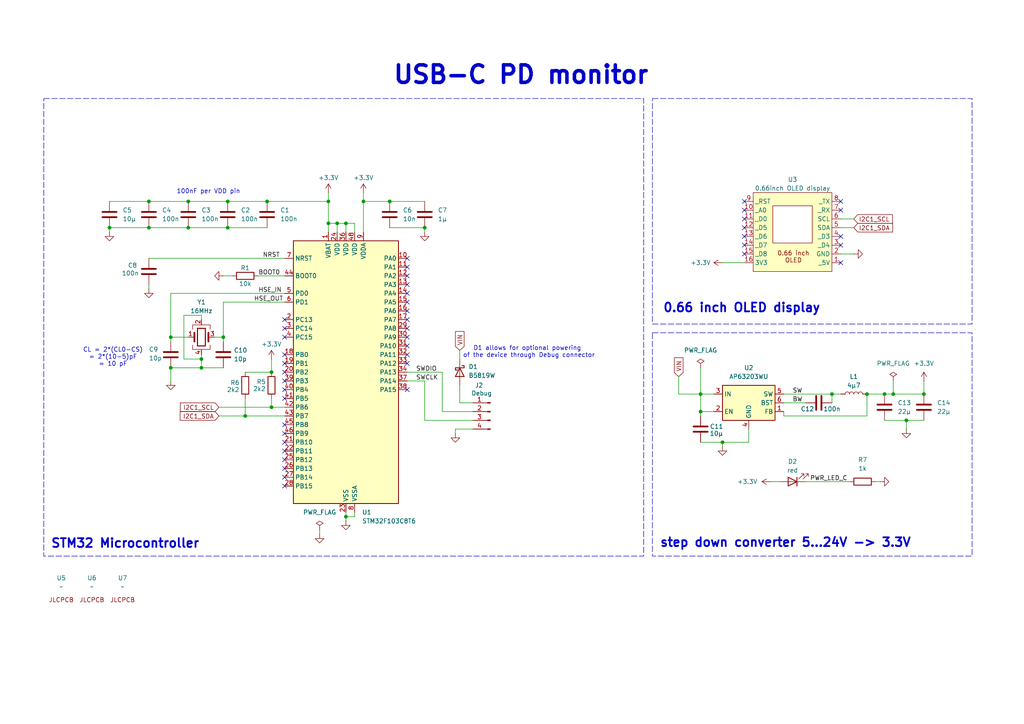
<source format=kicad_sch>
(kicad_sch (version 20250114) (generator "eeschema") (generator_version "9.0")
  (paper "A4")
  (lib_symbols
    (symbol "Connector:Conn_01x04_Pin" (pin_names (offset 1.016) (hide yes))
      (property "Reference" "J" (at 0 5.08 0))
      (property "Value" "Conn_01x04_Pin" (at 0 -7.62 0))
      (symbol "Conn_01x04_Pin_1_1"
        (rectangle (start 0.8636 2.667) (end 0 2.413) (stroke (width 0.1524)) (fill (type outline)))
        (rectangle (start 0.8636 0.127) (end 0 -0.127) (stroke (width 0.1524)) (fill (type outline)))
        (rectangle (start 0.8636 -2.413) (end 0 -2.667) (stroke (width 0.1524)) (fill (type outline)))
        (rectangle (start 0.8636 -4.953) (end 0 -5.207) (stroke (width 0.1524)) (fill (type outline)))
        (polyline (pts (xy 1.27 2.54) (xy 0.8636 2.54)) (stroke (width 0.1524)))
        (polyline (pts (xy 1.27 0) (xy 0.8636 0)) (stroke (width 0.1524)))
        (polyline (pts (xy 1.27 -2.54) (xy 0.8636 -2.54)) (stroke (width 0.1524)))
        (polyline (pts (xy 1.27 -5.08) (xy 0.8636 -5.08)) (stroke (width 0.1524)))
        (pin passive line (at 5.08 2.54 180) (length 3.81) (name "Pin_1") (number "1"))
        (pin passive line (at 5.08 0 180) (length 3.81) (name "Pin_2") (number "2"))
        (pin passive line (at 5.08 -2.54 180) (length 3.81) (name "Pin_3") (number "3"))
        (pin passive line (at 5.08 -5.08 180) (length 3.81) (name "Pin_4") (number "4"))
      )
    )
    (symbol "Device:C" (pin_numbers (hide yes)) (pin_names (offset 0.254))
      (property "Reference" "C" (at 0.635 2.54 0))
      (property "Value" "C" (at 0.635 -2.54 0))
      (symbol "C_0_1"
        (polyline (pts (xy -2.032 0.762) (xy 2.032 0.762)) (stroke (width 0.508)))
        (polyline (pts (xy -2.032 -0.762) (xy 2.032 -0.762)) (stroke (width 0.508)))
      )
      (symbol "C_1_1"
        (pin passive line (at 0 3.81 270) (length 2.794) (name "~") (number "1"))
        (pin passive line (at 0 -3.81 90) (length 2.794) (name "~") (number "2"))
      )
    )
    (symbol "Device:Crystal_GND24" (pin_names (offset 1.016) (hide yes))
      (property "Reference" "Y" (at 3.175 5.08 0))
      (property "Value" "Crystal_GND24" (at 3.175 3.175 0))
      (symbol "Crystal_GND24_0_1"
        (polyline (pts (xy -2.54 2.286) (xy -2.54 3.556) (xy 2.54 3.556) (xy 2.54 2.286)))
        (polyline (pts (xy -2.54 0) (xy -2.032 0)))
        (polyline (pts (xy -2.54 -2.286) (xy -2.54 -3.556) (xy 2.54 -3.556) (xy 2.54 -2.286)))
        (polyline (pts (xy -2.032 -1.27) (xy -2.032 1.27)) (stroke (width 0.508)))
        (rectangle (start -1.143 2.54) (end 1.143 -2.54) (stroke (width 0.3048)))
        (polyline (pts (xy 0 3.556) (xy 0 3.81)))
        (polyline (pts (xy 0 -3.81) (xy 0 -3.556)))
        (polyline (pts (xy 2.032 0) (xy 2.54 0)))
        (polyline (pts (xy 2.032 -1.27) (xy 2.032 1.27)) (stroke (width 0.508)))
      )
      (symbol "Crystal_GND24_1_1"
        (pin passive line (at -3.81 0 0) (length 1.27) (name "1") (number "1"))
        (pin passive line (at 0 5.08 270) (length 1.27) (name "2") (number "2"))
        (pin passive line (at 0 -5.08 90) (length 1.27) (name "4") (number "4"))
        (pin passive line (at 3.81 0 180) (length 1.27) (name "3") (number "3"))
      )
    )
    (symbol "Device:L" (pin_numbers (hide yes)) (pin_names (offset 1.016) (hide yes))
      (property "Reference" "L" (at -1.27 0 90))
      (property "Value" "L" (at 1.905 0 90))
      (symbol "L_0_1"
        (arc (start 0 2.54) (mid 0.6323 1.905) (end 0 1.27))
        (arc (start 0 1.27) (mid 0.6323 0.635) (end 0 0))
        (arc (start 0 0) (mid 0.6323 -0.635) (end 0 -1.27))
        (arc (start 0 -1.27) (mid 0.6323 -1.905) (end 0 -2.54))
      )
      (symbol "L_1_1"
        (pin passive line (at 0 3.81 270) (length 1.27) (name "1") (number "1"))
        (pin passive line (at 0 -3.81 90) (length 1.27) (name "2") (number "2"))
      )
    )
    (symbol "Device:LED" (pin_numbers (hide yes)) (pin_names (offset 1.016) (hide yes))
      (property "Reference" "D" (at 0 2.54 0))
      (property "Value" "LED" (at 0 -2.54 0))
      (symbol "LED_0_1"
        (polyline (pts (xy -3.048 -0.762) (xy -4.572 -2.286) (xy -3.81 -2.286) (xy -4.572 -2.286) (xy -4.572 -1.524)))
        (polyline (pts (xy -1.778 -0.762) (xy -3.302 -2.286) (xy -2.54 -2.286) (xy -3.302 -2.286) (xy -3.302 -1.524)))
        (polyline (pts (xy -1.27 0) (xy 1.27 0)))
        (polyline (pts (xy -1.27 -1.27) (xy -1.27 1.27)) (stroke (width 0.254)))
        (polyline (pts (xy 1.27 -1.27) (xy 1.27 1.27) (xy -1.27 0) (xy 1.27 -1.27)) (stroke (width 0.254)))
      )
      (symbol "LED_1_1"
        (pin passive line (at -3.81 0 0) (length 2.54) (name "K") (number "1"))
        (pin passive line (at 3.81 0 180) (length 2.54) (name "A") (number "2"))
      )
    )
    (symbol "Device:R" (pin_numbers (hide yes)) (pin_names (offset 0))
      (property "Reference" "R" (at 2.032 0 90))
      (property "Value" "R" (at 0 0 90))
      (symbol "R_0_1"
        (rectangle (start -1.016 -2.54) (end 1.016 2.54) (stroke (width 0.254)))
      )
      (symbol "R_1_1"
        (pin passive line (at 0 3.81 270) (length 1.27) (name "~") (number "1"))
        (pin passive line (at 0 -3.81 90) (length 1.27) (name "~") (number "2"))
      )
    )
    (symbol "Diode:SS34" (pin_numbers (hide yes)) (pin_names (offset 1.016) (hide yes))
      (property "Reference" "D" (at 0 2.54 0))
      (property "Value" "SS34" (at 0 -2.54 0))
      (symbol "SS34_0_1"
        (polyline (pts (xy -1.905 0.635) (xy -1.905 1.27) (xy -1.27 1.27) (xy -1.27 -1.27) (xy -0.635 -1.27) (xy -0.635 -0.635)) (stroke (width 0.254)))
        (polyline (pts (xy 1.27 1.27) (xy 1.27 -1.27) (xy -1.27 0) (xy 1.27 1.27)) (stroke (width 0.254)))
        (polyline (pts (xy 1.27 0) (xy -1.27 0)))
      )
      (symbol "SS34_1_1"
        (pin passive line (at -3.81 0 0) (length 2.54) (name "K") (number "1"))
        (pin passive line (at 3.81 0 180) (length 2.54) (name "A") (number "2"))
      )
    )
    (symbol "MCU_ST_STM32F1:STM32F103C8Tx"
      (property "Reference" "U" (at -15.24 39.37 0))
      (property "Value" "STM32F103C8Tx" (at 7.62 39.37 0))
      (symbol "STM32F103C8Tx_0_1"
        (rectangle (start -15.24 -38.1) (end 15.24 38.1) (stroke (width 0.254)) (fill (type background)))
      )
      (symbol "STM32F103C8Tx_1_1"
        (pin input line (at -17.78 33.02 0) (length 2.54) (name "NRST") (number "7"))
        (pin input line (at -17.78 27.94 0) (length 2.54) (name "BOOT0") (number "44"))
        (pin bidirectional line (at -17.78 22.86 0) (length 2.54) (name "PD0") (number "5"))
        (pin bidirectional line (at -17.78 20.32 0) (length 2.54) (name "PD1") (number "6"))
        (pin bidirectional line (at -17.78 15.24 0) (length 2.54) (name "PC13") (number "2"))
        (pin bidirectional line (at -17.78 12.7 0) (length 2.54) (name "PC14") (number "3"))
        (pin bidirectional line (at -17.78 10.16 0) (length 2.54) (name "PC15") (number "4"))
        (pin bidirectional line (at -17.78 5.08 0) (length 2.54) (name "PB0") (number "18"))
        (pin bidirectional line (at -17.78 2.54 0) (length 2.54) (name "PB1") (number "19"))
        (pin bidirectional line (at -17.78 0 0) (length 2.54) (name "PB2") (number "20"))
        (pin bidirectional line (at -17.78 -2.54 0) (length 2.54) (name "PB3") (number "39"))
        (pin bidirectional line (at -17.78 -5.08 0) (length 2.54) (name "PB4") (number "40"))
        (pin bidirectional line (at -17.78 -7.62 0) (length 2.54) (name "PB5") (number "41"))
        (pin bidirectional line (at -17.78 -10.16 0) (length 2.54) (name "PB6") (number "42"))
        (pin bidirectional line (at -17.78 -12.7 0) (length 2.54) (name "PB7") (number "43"))
        (pin bidirectional line (at -17.78 -15.24 0) (length 2.54) (name "PB8") (number "45"))
        (pin bidirectional line (at -17.78 -17.78 0) (length 2.54) (name "PB9") (number "46"))
        (pin bidirectional line (at -17.78 -20.32 0) (length 2.54) (name "PB10") (number "21"))
        (pin bidirectional line (at -17.78 -22.86 0) (length 2.54) (name "PB11") (number "22"))
        (pin bidirectional line (at -17.78 -25.4 0) (length 2.54) (name "PB12") (number "25"))
        (pin bidirectional line (at -17.78 -27.94 0) (length 2.54) (name "PB13") (number "26"))
        (pin bidirectional line (at -17.78 -30.48 0) (length 2.54) (name "PB14") (number "27"))
        (pin bidirectional line (at -17.78 -33.02 0) (length 2.54) (name "PB15") (number "28"))
        (pin power_in line (at -5.08 40.64 270) (length 2.54) (name "VBAT") (number "1"))
        (pin power_in line (at -2.54 40.64 270) (length 2.54) (name "VDD") (number "24"))
        (pin power_in line (at 0 40.64 270) (length 2.54) (name "VDD") (number "36"))
        (pin power_in line (at 0 -40.64 90) (length 2.54) (name "VSS") (number "23"))
        (pin passive line (at 0 -40.64 90) (length 2.54) (hide yes) (name "VSS") (number "35"))
        (pin passive line (at 0 -40.64 90) (length 2.54) (hide yes) (name "VSS") (number "47"))
        (pin power_in line (at 2.54 40.64 270) (length 2.54) (name "VDD") (number "48"))
        (pin power_in line (at 2.54 -40.64 90) (length 2.54) (name "VSSA") (number "8"))
        (pin power_in line (at 5.08 40.64 270) (length 2.54) (name "VDDA") (number "9"))
        (pin bidirectional line (at 17.78 33.02 180) (length 2.54) (name "PA0") (number "10"))
        (pin bidirectional line (at 17.78 30.48 180) (length 2.54) (name "PA1") (number "11"))
        (pin bidirectional line (at 17.78 27.94 180) (length 2.54) (name "PA2") (number "12"))
        (pin bidirectional line (at 17.78 25.4 180) (length 2.54) (name "PA3") (number "13"))
        (pin bidirectional line (at 17.78 22.86 180) (length 2.54) (name "PA4") (number "14"))
        (pin bidirectional line (at 17.78 20.32 180) (length 2.54) (name "PA5") (number "15"))
        (pin bidirectional line (at 17.78 17.78 180) (length 2.54) (name "PA6") (number "16"))
        (pin bidirectional line (at 17.78 15.24 180) (length 2.54) (name "PA7") (number "17"))
        (pin bidirectional line (at 17.78 12.7 180) (length 2.54) (name "PA8") (number "29"))
        (pin bidirectional line (at 17.78 10.16 180) (length 2.54) (name "PA9") (number "30"))
        (pin bidirectional line (at 17.78 7.62 180) (length 2.54) (name "PA10") (number "31"))
        (pin bidirectional line (at 17.78 5.08 180) (length 2.54) (name "PA11") (number "32"))
        (pin bidirectional line (at 17.78 2.54 180) (length 2.54) (name "PA12") (number "33"))
        (pin bidirectional line (at 17.78 0 180) (length 2.54) (name "PA13") (number "34"))
        (pin bidirectional line (at 17.78 -2.54 180) (length 2.54) (name "PA14") (number "37"))
        (pin bidirectional line (at 17.78 -5.08 180) (length 2.54) (name "PA15") (number "38"))
      )
    )
    (symbol "New_Library:JLCPCB"
      (property "Reference" "U304" (at 0 5.08 0))
      (property "Value" "~" (at 0 2.54 0))
      (symbol "JLCPCB_1_1"
        (text "JLCPCB" (at 0 0 0) (effects (font (size 1.27 1.27))))
      )
    )
    (symbol "New_Library:OLED_0_66"
      (property "Reference" "U" (at 0 13.97 0))
      (symbol "OLED_0_66_1_1"
        (rectangle (start -11.43 11.43) (end 11.43 -11.43) (fill (type background)))
        (rectangle (start -5.715 7.62) (end 5.715 -3.175) (fill (type color) (color 255 255 255 1)))
        (text "0.66 inch\nOLED" (at 0.254 -7.112 0) (effects (font (size 1.27 1.27))))
        (pin input line (at -13.97 8.89 0) (length 2.54) (name "_RST") (number "9"))
        (pin input line (at -13.97 6.35 0) (length 2.54) (name "_A0") (number "10"))
        (pin input line (at -13.97 3.81 0) (length 2.54) (name "_D0") (number "11"))
        (pin input line (at -13.97 1.27 0) (length 2.54) (name "_D5") (number "12"))
        (pin input line (at -13.97 -1.27 0) (length 2.54) (name "_D6") (number "13"))
        (pin input line (at -13.97 -3.81 0) (length 2.54) (name "_D7") (number "14"))
        (pin input line (at -13.97 -6.35 0) (length 2.54) (name "_D8") (number "15"))
        (pin input line (at -13.97 -8.89 0) (length 2.54) (name "3V3") (number "16"))
        (pin input line (at 13.97 8.89 180) (length 2.54) (name "_TX") (number "8"))
        (pin input line (at 13.97 6.35 180) (length 2.54) (name "_RX") (number "7"))
        (pin input line (at 13.97 3.81 180) (length 2.54) (name "SCL") (number "6"))
        (pin input line (at 13.97 1.27 180) (length 2.54) (name "SDA") (number "5"))
        (pin input line (at 13.97 -1.27 180) (length 2.54) (name "_D3") (number "4"))
        (pin input line (at 13.97 -3.81 180) (length 2.54) (name "_D4") (number "3"))
        (pin input line (at 13.97 -6.35 180) (length 2.54) (name "GND") (number "2"))
        (pin input line (at 13.97 -8.89 180) (length 2.54) (name "_5V") (number "1"))
      )
    )
    (symbol "Regulator_Switching:AP63203WU"
      (property "Reference" "U" (at -7.62 6.35 0))
      (property "Value" "AP63203WU" (at 2.54 6.35 0))
      (symbol "AP63203WU_0_1"
        (rectangle (start -7.62 5.08) (end 7.62 -5.08) (stroke (width 0.254)) (fill (type background)))
      )
      (symbol "AP63203WU_1_1"
        (pin power_in line (at -10.16 2.54 0) (length 2.54) (name "IN") (number "3"))
        (pin input line (at -10.16 -2.54 0) (length 2.54) (name "EN") (number "2"))
        (pin power_in line (at 0 -7.62 90) (length 2.54) (name "GND") (number "4"))
        (pin output line (at 10.16 2.54 180) (length 2.54) (name "SW") (number "5"))
        (pin passive line (at 10.16 0 180) (length 2.54) (name "BST") (number "6"))
        (pin input line (at 10.16 -2.54 180) (length 2.54) (name "FB") (number "1"))
      )
    )
    (symbol "power:+3.3V" (power) (pin_numbers (hide yes)) (pin_names (offset 0) (hide yes))
      (property "Value" "+3.3V" (at 0 3.556 0))
      (symbol "+3.3V_0_1"
        (polyline (pts (xy -0.762 1.27) (xy 0 2.54)))
        (polyline (pts (xy 0 2.54) (xy 0.762 1.27)))
        (polyline (pts (xy 0 0) (xy 0 2.54)))
      )
      (symbol "+3.3V_1_1"
        (pin power_in line (at 0 0 90) (length 0) (name "~") (number "1"))
      )
    )
    (symbol "power:GND" (power) (pin_numbers (hide yes)) (pin_names (offset 0) (hide yes))
      (property "Value" "GND" (at 0 -3.81 0))
      (symbol "GND_0_1"
        (polyline (pts (xy 0 0) (xy 0 -1.27) (xy 1.27 -1.27) (xy 0 -2.54) (xy -1.27 -1.27) (xy 0 -1.27)))
      )
      (symbol "GND_1_1"
        (pin power_in line (at 0 0 270) (length 0) (name "~") (number "1"))
      )
    )
    (symbol "power:PWR_FLAG" (power) (pin_numbers (hide yes)) (pin_names (offset 0) (hide yes))
      (property "Value" "PWR_FLAG" (at 0 3.81 0))
      (symbol "PWR_FLAG_0_0"
        (pin power_out line (at 0 0 90) (length 0) (name "~") (number "1"))
      )
      (symbol "PWR_FLAG_0_1"
        (polyline (pts (xy 0 0) (xy 0 1.27) (xy -1.016 1.905) (xy 0 2.54) (xy 1.016 1.905) (xy 0 1.27)))
      )
    )
  )
  (rectangle (start 12.7 28.575) (end 186.69 161.29) (stroke (width 0) (type dash)))
  (rectangle (start 189.23 96.52) (end 281.94 161.29) (stroke (width 0) (type dash)))
  (rectangle (start 189.23 28.575) (end 281.94 93.98) (stroke (width 0) (type dash)))
  (text "100nF per VDD pin" (at 60.452 55.626 0) (effects (font (size 1.27 1.27))))
  (text "step down converter 5...24V -> 3.3V" (at 227.838 157.48 0) (effects (font (size 2.54 2.54) (thickness 0.508) (bold yes))))
  (text "CL = 2*(CL0-CS)\n= 2*(10-5)pF\n= 10 pF" (at 32.766 103.632 0) (effects (font (size 1.27 1.27))))
  (text "D1 allows for optional powering \nof the device through Debug connector" (at 153.416 102.108 0) (effects (font (size 1.27 1.27))))
  (text "0.66 inch OLED display" (at 215.138 89.408 0) (effects (font (size 2.54 2.54) (thickness 0.508) (bold yes))))
  (text "STM32 Microcontroller" (at 36.322 157.734 0) (effects (font (size 2.54 2.54) (thickness 0.508) (bold yes))))
  (text "USB-C PD monitor" (at 151.13 21.844 0) (effects (font (size 5.08 5.08) (thickness 1.016) (bold yes))))
  (junction (at 66.04 58.42))
  (junction (at 71.12 120.65))
  (junction (at 97.79 64.77))
  (junction (at 251.46 114.3))
  (junction (at 123.19 66.04))
  (junction (at 256.54 114.3))
  (junction (at 262.89 121.92))
  (junction (at 241.3 114.3))
  (junction (at 58.42 104.14))
  (junction (at 267.97 114.3))
  (junction (at 31.75 66.04))
  (junction (at 54.61 66.04))
  (junction (at 209.55 128.27))
  (junction (at 100.33 64.77))
  (junction (at 259.08 114.3))
  (junction (at 77.47 58.42))
  (junction (at 78.74 118.11))
  (junction (at 64.77 97.79))
  (junction (at 203.2 119.38))
  (junction (at 78.74 107.95))
  (junction (at 95.25 58.42))
  (junction (at 105.41 58.42))
  (junction (at 203.2 114.3))
  (junction (at 95.25 64.77))
  (junction (at 113.03 58.42))
  (junction (at 43.18 66.04))
  (junction (at 49.53 106.68))
  (junction (at 54.61 58.42))
  (junction (at 43.18 58.42))
  (junction (at 66.04 66.04))
  (junction (at 49.53 97.79))
  (junction (at 100.33 149.86))
  (junction (at 58.42 106.68))
  (no_connect (at 215.9 66.04))
  (no_connect (at 215.9 71.12))
  (no_connect (at 82.55 110.49))
  (no_connect (at 82.55 95.25))
  (no_connect (at 215.9 68.58))
  (no_connect (at 82.55 128.27))
  (no_connect (at 118.11 92.71))
  (no_connect (at 215.9 63.5))
  (no_connect (at 118.11 95.25))
  (no_connect (at 118.11 90.17))
  (no_connect (at 243.84 60.96))
  (no_connect (at 82.55 113.03))
  (no_connect (at 82.55 133.35))
  (no_connect (at 82.55 105.41))
  (no_connect (at 118.11 85.09))
  (no_connect (at 118.11 102.87))
  (no_connect (at 82.55 115.57))
  (no_connect (at 215.9 73.66))
  (no_connect (at 118.11 87.63))
  (no_connect (at 82.55 123.19))
  (no_connect (at 82.55 135.89))
  (no_connect (at 215.9 58.42))
  (no_connect (at 82.55 130.81))
  (no_connect (at 243.84 58.42))
  (no_connect (at 118.11 113.03))
  (no_connect (at 118.11 80.01))
  (no_connect (at 82.55 92.71))
  (no_connect (at 118.11 82.55))
  (no_connect (at 215.9 60.96))
  (no_connect (at 118.11 97.79))
  (no_connect (at 82.55 102.87))
  (no_connect (at 82.55 97.79))
  (no_connect (at 82.55 107.95))
  (no_connect (at 118.11 100.33))
  (no_connect (at 118.11 105.41))
  (no_connect (at 118.11 74.93))
  (no_connect (at 243.84 71.12))
  (no_connect (at 243.84 68.58))
  (no_connect (at 82.55 138.43))
  (no_connect (at 82.55 140.97))
  (no_connect (at 82.55 125.73))
  (no_connect (at 243.84 76.2))
  (no_connect (at 118.11 77.47))
  (wire (pts (xy 92.71 153.67) (xy 92.71 154.94)))
  (wire (pts (xy 217.17 128.27) (xy 217.17 124.46)))
  (wire (pts (xy 123.19 121.92) (xy 137.16 121.92)))
  (wire (pts (xy 95.25 64.77) (xy 97.79 64.77)))
  (wire (pts (xy 123.19 66.04) (xy 123.19 67.31)))
  (wire (pts (xy 66.04 66.04) (xy 77.47 66.04)))
  (wire (pts (xy 118.11 107.95) (xy 128.27 107.95)))
  (wire (pts (xy 105.41 58.42) (xy 105.41 67.31)))
  (wire (pts (xy 243.84 63.5) (xy 247.65 63.5)))
  (wire (pts (xy 54.61 66.04) (xy 66.04 66.04)))
  (wire (pts (xy 58.42 92.71) (xy 58.42 91.44)))
  (wire (pts (xy 251.46 120.65) (xy 227.33 120.65)))
  (wire (pts (xy 233.68 139.7) (xy 246.38 139.7)))
  (wire (pts (xy 64.77 97.79) (xy 64.77 87.63)))
  (wire (pts (xy 71.12 120.65) (xy 82.55 120.65)))
  (wire (pts (xy 259.08 114.3) (xy 267.97 114.3)))
  (wire (pts (xy 227.33 116.84) (xy 233.68 116.84)))
  (wire (pts (xy 254 139.7) (xy 255.27 139.7)))
  (wire (pts (xy 203.2 128.27) (xy 209.55 128.27)))
  (wire (pts (xy 105.41 55.88) (xy 105.41 58.42)))
  (wire (pts (xy 97.79 64.77) (xy 100.33 64.77)))
  (wire (pts (xy 63.5 118.11) (xy 78.74 118.11)))
  (wire (pts (xy 196.85 109.22) (xy 196.85 114.3)))
  (wire (pts (xy 209.55 128.27) (xy 217.17 128.27)))
  (wire (pts (xy 77.47 58.42) (xy 95.25 58.42)))
  (wire (pts (xy 95.25 55.88) (xy 95.25 58.42)))
  (wire (pts (xy 133.35 116.84) (xy 137.16 116.84)))
  (wire (pts (xy 49.53 85.09) (xy 82.55 85.09)))
  (wire (pts (xy 203.2 106.68) (xy 203.2 114.3)))
  (wire (pts (xy 243.84 73.66) (xy 247.65 73.66)))
  (wire (pts (xy 256.54 114.3) (xy 259.08 114.3)))
  (wire (pts (xy 209.55 76.2) (xy 215.9 76.2)))
  (wire (pts (xy 223.52 139.7) (xy 226.06 139.7)))
  (wire (pts (xy 62.23 97.79) (xy 64.77 97.79)))
  (wire (pts (xy 102.87 64.77) (xy 102.87 67.31)))
  (wire (pts (xy 63.5 120.65) (xy 71.12 120.65)))
  (wire (pts (xy 100.33 149.86) (xy 100.33 151.13)))
  (wire (pts (xy 43.18 58.42) (xy 54.61 58.42)))
  (wire (pts (xy 251.46 114.3) (xy 256.54 114.3)))
  (wire (pts (xy 118.11 110.49) (xy 123.19 110.49)))
  (wire (pts (xy 43.18 82.55) (xy 43.18 83.82)))
  (wire (pts (xy 203.2 114.3) (xy 207.01 114.3)))
  (wire (pts (xy 49.53 106.68) (xy 58.42 106.68)))
  (wire (pts (xy 31.75 66.04) (xy 43.18 66.04)))
  (wire (pts (xy 133.35 101.6) (xy 133.35 104.14)))
  (wire (pts (xy 262.89 121.92) (xy 267.97 121.92)))
  (wire (pts (xy 251.46 114.3) (xy 251.46 120.65)))
  (wire (pts (xy 71.12 107.95) (xy 78.74 107.95)))
  (wire (pts (xy 64.77 87.63) (xy 82.55 87.63)))
  (wire (pts (xy 203.2 119.38) (xy 203.2 120.65)))
  (wire (pts (xy 58.42 106.68) (xy 64.77 106.68)))
  (wire (pts (xy 31.75 66.04) (xy 31.75 67.31)))
  (wire (pts (xy 71.12 115.57) (xy 71.12 120.65)))
  (wire (pts (xy 100.33 64.77) (xy 102.87 64.77)))
  (wire (pts (xy 209.55 128.27) (xy 209.55 129.54)))
  (wire (pts (xy 227.33 120.65) (xy 227.33 119.38)))
  (wire (pts (xy 31.75 58.42) (xy 43.18 58.42)))
  (wire (pts (xy 64.77 80.01) (xy 67.31 80.01)))
  (wire (pts (xy 78.74 115.57) (xy 78.74 118.11)))
  (wire (pts (xy 123.19 110.49) (xy 123.19 121.92)))
  (wire (pts (xy 95.25 64.77) (xy 95.25 67.31)))
  (wire (pts (xy 43.18 66.04) (xy 54.61 66.04)))
  (wire (pts (xy 58.42 91.44) (xy 53.34 91.44)))
  (wire (pts (xy 74.93 80.01) (xy 82.55 80.01)))
  (wire (pts (xy 49.53 106.68) (xy 49.53 110.49)))
  (wire (pts (xy 203.2 119.38) (xy 203.2 114.3)))
  (wire (pts (xy 100.33 149.86) (xy 102.87 149.86)))
  (wire (pts (xy 53.34 104.14) (xy 58.42 104.14)))
  (wire (pts (xy 267.97 110.49) (xy 267.97 114.3)))
  (wire (pts (xy 241.3 114.3) (xy 243.84 114.3)))
  (wire (pts (xy 49.53 97.79) (xy 54.61 97.79)))
  (wire (pts (xy 241.3 116.84) (xy 241.3 114.3)))
  (wire (pts (xy 54.61 58.42) (xy 66.04 58.42)))
  (wire (pts (xy 132.08 124.46) (xy 137.16 124.46)))
  (wire (pts (xy 113.03 66.04) (xy 123.19 66.04)))
  (wire (pts (xy 64.77 97.79) (xy 64.77 99.06)))
  (wire (pts (xy 128.27 119.38) (xy 137.16 119.38)))
  (wire (pts (xy 113.03 58.42) (xy 123.19 58.42)))
  (wire (pts (xy 49.53 97.79) (xy 49.53 99.06)))
  (wire (pts (xy 78.74 104.14) (xy 78.74 107.95)))
  (wire (pts (xy 78.74 118.11) (xy 82.55 118.11)))
  (wire (pts (xy 196.85 114.3) (xy 203.2 114.3)))
  (wire (pts (xy 203.2 119.38) (xy 207.01 119.38)))
  (wire (pts (xy 243.84 66.04) (xy 247.65 66.04)))
  (wire (pts (xy 259.08 110.49) (xy 259.08 114.3)))
  (wire (pts (xy 58.42 104.14) (xy 58.42 102.87)))
  (wire (pts (xy 132.08 124.46) (xy 132.08 125.73)))
  (wire (pts (xy 58.42 104.14) (xy 58.42 106.68)))
  (wire (pts (xy 49.53 85.09) (xy 49.53 97.79)))
  (wire (pts (xy 256.54 121.92) (xy 262.89 121.92)))
  (wire (pts (xy 262.89 121.92) (xy 262.89 124.46)))
  (wire (pts (xy 128.27 107.95) (xy 128.27 119.38)))
  (wire (pts (xy 113.03 58.42) (xy 105.41 58.42)))
  (wire (pts (xy 97.79 64.77) (xy 97.79 67.31)))
  (wire (pts (xy 43.18 74.93) (xy 82.55 74.93)))
  (wire (pts (xy 100.33 64.77) (xy 100.33 67.31)))
  (wire (pts (xy 133.35 111.76) (xy 133.35 116.84)))
  (wire (pts (xy 95.25 58.42) (xy 95.25 64.77)))
  (wire (pts (xy 66.04 58.42) (xy 77.47 58.42)))
  (wire (pts (xy 100.33 148.59) (xy 100.33 149.86)))
  (wire (pts (xy 102.87 149.86) (xy 102.87 148.59)))
  (wire (pts (xy 53.34 91.44) (xy 53.34 104.14)))
  (wire (pts (xy 241.3 114.3) (xy 227.33 114.3)))
  (label "HSE_IN" (at 74.93 85.09 0))
  (label "SW" (at 229.87 114.3 0) (effects (font (thickness 0.1588))))
  (label "BW" (at 229.87 116.84 0) (effects (font (thickness 0.1588))))
  (label "PWR_LED_C" (at 234.95 139.7 0) (effects (font (thickness 0.1588))))
  (label "NRST" (at 76.2 74.93 0))
  (label "SWCLK" (at 120.65 110.49 0))
  (label "SWDIO" (at 120.65 107.95 0))
  (label "HSE_OUT" (at 73.66 87.63 0))
  (label "BOOT0" (at 74.93 80.01 0))
  (global_label "I2C1_SCL" (shape input) (at 247.65 63.5 0) (property "Intersheetrefs" "${INTERSHEET_REFS}" (effects (hide yes))))
  (global_label "I2C1_SDA" (shape input) (at 63.5 120.65 180) (property "Intersheetrefs" "${INTERSHEET_REFS}" (effects (hide yes))))
  (global_label "VIN" (shape input) (at 196.85 109.22 90) (property "Intersheetrefs" "${INTERSHEET_REFS}" (effects (hide yes))))
  (global_label "I2C1_SCL" (shape input) (at 63.5 118.11 180) (property "Intersheetrefs" "${INTERSHEET_REFS}" (effects (hide yes))))
  (global_label "VIN" (shape input) (at 133.35 101.6 90) (property "Intersheetrefs" "${INTERSHEET_REFS}" (effects (hide yes))))
  (global_label "I2C1_SDA" (shape input) (at 247.65 66.04 0) (property "Intersheetrefs" "${INTERSHEET_REFS}" (effects (hide yes))))
  (symbol (lib_id "Device:C") (at 113.03 62.23 0) (unit 1)
    (property "Reference" "C6" (at 116.84 60.9599 0) (effects (justify left)))
    (property "Value" "10n" (at 116.84 63.4999 0) (effects (justify left)))
    (property "Footprint" "Capacitor_SMD:C_0402_1005Metric" (effects (hide yes)))
    (property "Description" "Unpolarized capacitor" (effects (hide yes)))
    (property "LCSC" "C15195" (effects (hide yes)))
  )
  (symbol (lib_id "Device:R") (at 78.74 111.76 0) (unit 1)
    (property "Reference" "R5" (at 74.422 110.744 0) (effects (justify left)))
    (property "Value" "2k2" (at 73.406 112.776 0) (effects (justify left)))
    (property "Footprint" "Resistor_SMD:R_0402_1005Metric" (effects (hide yes)))
    (property "Description" "Resistor" (effects (hide yes)))
    (property "LCSC" "C25879" (effects (hide yes)))
  )
  (symbol (lib_id "Device:C") (at 203.2 124.46 0) (mirror y) (unit 1)
    (property "Reference" "C11" (at 209.804 123.698 0) (effects (justify left)))
    (property "Value" "10µ" (at 209.804 125.73 0) (effects (justify left)))
    (property "Footprint" "Capacitor_SMD:C_0805_2012Metric" (effects (hide yes)))
    (property "Description" "Unpolarized capacitor" (effects (hide yes)))
    (property "LCSC" "C440198" (effects (hide yes)))
  )
  (symbol (lib_id "Device:C") (at 77.47 62.23 0) (unit 1)
    (property "Reference" "C1" (at 81.28 60.9599 0) (effects (justify left)))
    (property "Value" "100n" (at 81.28 63.4999 0) (effects (justify left)))
    (property "Footprint" "Capacitor_SMD:C_0402_1005Metric" (effects (hide yes)))
    (property "Description" "Unpolarized capacitor" (effects (hide yes)))
    (property "LCSC" "C1525" (effects (hide yes)))
  )
  (symbol (lib_id "power:GND") (at 247.65 73.66 90) (unit 1)
    (property "Reference" "#PWR024" (effects (hide yes)))
    (property "Value" "GND" (effects (hide yes)))
    (property "Description" "Power symbol creates a global label with name \"GND\" , ground" (effects (hide yes)))
  )
  (symbol (lib_id "Device:C") (at 66.04 62.23 0) (unit 1)
    (property "Reference" "C2" (at 69.85 60.9599 0) (effects (justify left)))
    (property "Value" "100n" (at 69.85 63.4999 0) (effects (justify left)))
    (property "Footprint" "Capacitor_SMD:C_0402_1005Metric" (effects (hide yes)))
    (property "Description" "Unpolarized capacitor" (effects (hide yes)))
    (property "LCSC" "C1525" (effects (hide yes)))
  )
  (symbol (lib_id "power:GND") (at 31.75 67.31 0) (unit 1)
    (property "Reference" "#PWR07" (effects (hide yes)))
    (property "Value" "GND" (effects (hide yes)))
    (property "Description" "Power symbol creates a global label with name \"GND\" , ground" (effects (hide yes)))
  )
  (symbol (lib_id "power:+3.3V") (at 95.25 55.88 0) (unit 1)
    (property "Reference" "#PWR02" (effects (hide yes)))
    (property "Value" "+3.3V" (at 95.25 51.562 0))
    (property "Description" "Power symbol creates a global label with name \"+3.3V\"" (effects (hide yes)))
  )
  (symbol (lib_id "power:GND") (at 209.55 129.54 0) (unit 1)
    (property "Reference" "#PWR014" (effects (hide yes)))
    (property "Value" "GND" (effects (hide yes)))
    (property "Description" "Power symbol creates a global label with name \"GND\" , ground" (effects (hide yes)))
  )
  (symbol (lib_id "power:PWR_FLAG") (at 259.08 110.49 0) (unit 1)
    (property "Reference" "#FLG01" (effects (hide yes)))
    (property "Value" "PWR_FLAG" (at 259.08 105.41 0))
    (property "Description" "Special symbol for telling ERC where power comes from" (effects (hide yes)))
  )
  (symbol (lib_id "Device:R") (at 250.19 139.7 90) (unit 1)
    (property "Reference" "R7" (at 250.19 133.35 90))
    (property "Value" "1k" (at 250.19 135.89 90))
    (property "Footprint" "Resistor_SMD:R_0402_1005Metric" (effects (hide yes)))
    (property "Description" "Resistor" (effects (hide yes)))
    (property "LCSC" "C11702" (effects (hide yes)))
  )
  (symbol (lib_id "power:GND") (at 100.33 151.13 0) (unit 1)
    (property "Reference" "#PWR01" (effects (hide yes)))
    (property "Value" "GND" (effects (hide yes)))
    (property "Description" "Power symbol creates a global label with name \"GND\" , ground" (effects (hide yes)))
  )
  (symbol (lib_id "Device:C") (at 256.54 118.11 0) (unit 1)
    (property "Reference" "C13" (at 260.35 116.8399 0) (effects (justify left)))
    (property "Value" "22µ" (at 260.35 119.3799 0) (effects (justify left)))
    (property "Footprint" "Capacitor_SMD:C_0805_2012Metric" (effects (hide yes)))
    (property "Description" "Unpolarized capacitor" (effects (hide yes)))
    (property "LCSC" "C45783" (effects (hide yes)))
  )
  (symbol (lib_id "power:+3.3V") (at 223.52 139.7 90) (unit 1)
    (property "Reference" "#PWR021" (effects (hide yes)))
    (property "Value" "+3.3V" (at 219.71 139.6999 90) (effects (justify left)))
    (property "Description" "Power symbol creates a global label with name \"+3.3V\"" (effects (hide yes)))
  )
  (symbol (lib_id "Device:C") (at 267.97 118.11 0) (unit 1)
    (property "Reference" "C14" (at 271.78 116.8399 0) (effects (justify left)))
    (property "Value" "22µ" (at 271.78 119.3799 0) (effects (justify left)))
    (property "Footprint" "Capacitor_SMD:C_0805_2012Metric" (effects (hide yes)))
    (property "Description" "Unpolarized capacitor" (effects (hide yes)))
    (property "LCSC" "C45783" (effects (hide yes)))
  )
  (symbol (lib_id "New_Library:JLCPCB") (at 26.67 173.99 0) (unit 1)
    (property "Reference" "U6" (at 26.67 167.64 0))
    (property "Value" "~" (at 26.67 170.18 0))
    (property "Footprint" "my_footprints:JLC_tooling_hole" (effects (hide yes)))
  )
  (symbol (lib_id "Device:C") (at 49.53 102.87 0) (unit 1)
    (property "Reference" "C9" (at 43.18 101.346 0) (effects (justify left)))
    (property "Value" "10p" (at 43.18 103.886 0) (effects (justify left)))
    (property "Footprint" "Capacitor_SMD:C_0402_1005Metric" (effects (hide yes)))
    (property "Description" "Unpolarized capacitor" (effects (hide yes)))
    (property "LCSC" "C32949 " (effects (hide yes)))
  )
  (symbol (lib_id "Device:R") (at 71.12 80.01 90) (unit 1)
    (property "Reference" "R1" (at 71.12 77.724 90))
    (property "Value" "10k" (at 71.12 82.296 90))
    (property "Footprint" "Resistor_SMD:R_0603_1608Metric" (effects (hide yes)))
    (property "Description" "Resistor" (effects (hide yes)))
    (property "LCSC" "C25804 " (effects (hide yes)))
  )
  (symbol (lib_id "power:GND") (at 123.19 67.31 0) (unit 1)
    (property "Reference" "#PWR08" (effects (hide yes)))
    (property "Value" "GND" (effects (hide yes)))
    (property "Description" "Power symbol creates a global label with name \"GND\" , ground" (effects (hide yes)))
  )
  (symbol (lib_id "MCU_ST_STM32F1:STM32F103C8Tx") (at 100.33 107.95 0) (unit 1)
    (property "Reference" "U1" (at 105.0133 148.59 0) (effects (justify left)))
    (property "Value" "STM32F103C8T6" (at 105.0133 151.13 0) (effects (justify left)))
    (property "Footprint" "Package_QFP:LQFP-48_7x7mm_P0.5mm" (effects (hide yes)))
    (property "Datasheet" "https://www.st.com/resource/en/datasheet/stm32f103c8.pdf" (effects (hide yes)))
    (property "Description" "STMicroelectronics Arm Cortex-M3 MCU, 64KB flash, 20KB RAM, 72 MHz, 2.0-3.6V, 37 GPIO, LQFP48" (effects (hide yes)))
    (property "LCSC" "C8734" (effects (hide yes)))
  )
  (symbol (lib_id "Device:C") (at 43.18 78.74 0) (unit 1)
    (property "Reference" "C8" (at 37.084 76.962 0) (effects (justify left)))
    (property "Value" "100n" (at 35.306 79.248 0) (effects (justify left)))
    (property "Footprint" "Capacitor_SMD:C_0402_1005Metric" (effects (hide yes)))
    (property "Description" "Unpolarized capacitor" (effects (hide yes)))
    (property "LCSC" "C1525" (effects (hide yes)))
  )
  (symbol (lib_id "Diode:SS34") (at 133.35 107.95 270) (unit 1)
    (property "Reference" "D1" (at 135.89 106.3624 90) (effects (justify left)))
    (property "Value" "B5819W" (at 135.89 108.9024 90) (effects (justify left)))
    (property "Footprint" "Diode_SMD:D_SOD-123" (effects (hide yes)))
    (property "Datasheet" "https://www.vishay.com/docs/88751/ss32.pdf" (effects (hide yes)))
    (property "Description" "40V 3A Schottky Diode, SMA" (effects (hide yes)))
    (property "LCSC" "C8598" (effects (hide yes)))
  )
  (symbol (lib_id "Device:Crystal_GND24") (at 58.42 97.79 0) (unit 1)
    (property "Reference" "Y1" (at 58.42 87.63 0))
    (property "Value" "16MHz" (at 58.42 90.17 0))
    (property "Footprint" "Crystal:Crystal_SMD_3225-4Pin_3.2x2.5mm" (effects (hide yes)))
    (property "Description" "Four pin crystal, GND on pins 2 and 4" (effects (hide yes)))
    (property "LCSC" "C112972" (effects (hide yes)))
  )
  (symbol (lib_id "power:+3.3V") (at 78.74 104.14 0) (unit 1)
    (property "Reference" "#PWR020" (effects (hide yes)))
    (property "Value" "+3.3V" (at 78.74 99.822 0))
    (property "Description" "Power symbol creates a global label with name \"+3.3V\"" (effects (hide yes)))
  )
  (symbol (lib_id "Device:C") (at 64.77 102.87 0) (unit 1)
    (property "Reference" "C10" (at 67.818 101.6 0) (effects (justify left)))
    (property "Value" "10p" (at 67.818 104.14 0) (effects (justify left)))
    (property "Footprint" "Capacitor_SMD:C_0402_1005Metric" (effects (hide yes)))
    (property "Description" "Unpolarized capacitor" (effects (hide yes)))
    (property "LCSC" "C32949 " (effects (hide yes)))
  )
  (symbol (lib_id "power:GND") (at 262.89 124.46 0) (unit 1)
    (property "Reference" "#PWR016" (effects (hide yes)))
    (property "Value" "GND" (effects (hide yes)))
    (property "Description" "Power symbol creates a global label with name \"GND\" , ground" (effects (hide yes)))
  )
  (symbol (lib_id "power:GND") (at 64.77 80.01 270) (unit 1)
    (property "Reference" "#PWR04" (effects (hide yes)))
    (property "Value" "GND" (effects (hide yes)))
    (property "Description" "Power symbol creates a global label with name \"GND\" , ground" (effects (hide yes)))
  )
  (symbol (lib_id "Regulator_Switching:AP63203WU") (at 217.17 116.84 0) (unit 1)
    (property "Reference" "U2" (at 217.17 106.68 0))
    (property "Value" "AP63203WU" (at 217.17 109.22 0))
    (property "Footprint" "Package_TO_SOT_SMD:TSOT-23-6" (effects (hide yes)))
    (property "Datasheet" "https://www.diodes.com/assets/Datasheets/AP63200-AP63201-AP63203-AP63205.pdf" (effects (hide yes)))
    (property "Description" "2A, 1.1MHz Buck DC/DC Converter, fixed 3.3V output voltage, TSOT-23-6" (effects (hide yes)))
    (property "LCSC" "C780769" (effects (hide yes)))
  )
  (symbol (lib_id "Device:C") (at 237.49 116.84 90) (unit 1)
    (property "Reference" "C12" (at 234.188 118.618 90))
    (property "Value" "100n" (at 241.3 118.618 90))
    (property "Footprint" "Capacitor_SMD:C_0603_1608Metric" (effects (hide yes)))
    (property "Description" "Unpolarized capacitor" (effects (hide yes)))
    (property "LCSC" "C14663" (effects (hide yes)))
  )
  (symbol (lib_id "Connector:Conn_01x04_Pin") (at 142.24 119.38 0) (mirror y) (unit 1)
    (property "Reference" "J2" (at 138.938 111.76 0))
    (property "Value" "Debug" (at 139.7 114.046 0))
    (property "Footprint" "my_footprints:4pin" (effects (hide yes)))
    (property "Description" "Generic connector, single row, 01x04, script generated" (effects (hide yes)))
  )
  (symbol (lib_id "power:+3.3V") (at 105.41 55.88 0) (unit 1)
    (property "Reference" "#PWR03" (effects (hide yes)))
    (property "Value" "+3.3V" (at 105.41 51.562 0))
    (property "Description" "Power symbol creates a global label with name \"+3.3V\"" (effects (hide yes)))
  )
  (symbol (lib_id "power:PWR_FLAG") (at 203.2 106.68 0) (unit 1)
    (property "Reference" "#FLG04" (effects (hide yes)))
    (property "Value" "PWR_FLAG" (at 203.2 101.6 0))
    (property "Description" "Special symbol for telling ERC where power comes from" (effects (hide yes)))
  )
  (symbol (lib_id "New_Library:OLED_0_66") (at 229.87 67.31 0) (unit 1)
    (property "Reference" "U3" (at 229.87 52.07 0))
    (property "Value" "0.66inch OLED display" (at 229.87 54.61 0))
    (property "Footprint" "my_footprints:OLED_display_0_66" (effects (hide yes)))
  )
  (symbol (lib_id "power:GND") (at 255.27 139.7 90) (unit 1)
    (property "Reference" "#PWR022" (effects (hide yes)))
    (property "Value" "GND" (effects (hide yes)))
    (property "Description" "Power symbol creates a global label with name \"GND\" , ground" (effects (hide yes)))
  )
  (symbol (lib_id "New_Library:JLCPCB") (at 17.78 173.99 0) (unit 1)
    (property "Reference" "U5" (at 17.78 167.64 0))
    (property "Value" "~" (at 17.78 170.18 0))
    (property "Footprint" "my_footprints:JLC_tooling_hole" (effects (hide yes)))
  )
  (symbol (lib_id "Device:L") (at 247.65 114.3 90) (unit 1)
    (property "Reference" "L1" (at 247.65 109.22 90))
    (property "Value" "4µ7" (at 247.65 111.76 90))
    (property "Footprint" "Inductor_SMD:L_APV_APH0420" (effects (hide yes)))
    (property "Description" "Inductor" (effects (hide yes)))
    (property "LCSC" "C133193" (effects (hide yes)))
  )
  (symbol (lib_id "Device:R") (at 71.12 111.76 0) (unit 1)
    (property "Reference" "R6" (at 66.802 110.998 0) (effects (justify left)))
    (property "Value" "2k2" (at 65.786 113.03 0) (effects (justify left)))
    (property "Footprint" "Resistor_SMD:R_0402_1005Metric" (effects (hide yes)))
    (property "Description" "Resistor" (effects (hide yes)))
    (property "LCSC" "C25879" (effects (hide yes)))
  )
  (symbol (lib_id "Device:C") (at 43.18 62.23 0) (unit 1)
    (property "Reference" "C4" (at 46.99 60.9599 0) (effects (justify left)))
    (property "Value" "100n" (at 46.99 63.4999 0) (effects (justify left)))
    (property "Footprint" "Capacitor_SMD:C_0402_1005Metric" (effects (hide yes)))
    (property "Description" "Unpolarized capacitor" (effects (hide yes)))
    (property "LCSC" "C1525" (effects (hide yes)))
  )
  (symbol (lib_id "power:GND") (at 49.53 110.49 0) (unit 1)
    (property "Reference" "#PWR011" (effects (hide yes)))
    (property "Value" "GND" (effects (hide yes)))
    (property "Description" "Power symbol creates a global label with name \"GND\" , ground" (effects (hide yes)))
  )
  (symbol (lib_id "power:GND") (at 92.71 154.94 0) (unit 1)
    (property "Reference" "#PWR012" (effects (hide yes)))
    (property "Value" "GND" (effects (hide yes)))
    (property "Description" "Power symbol creates a global label with name \"GND\" , ground" (effects (hide yes)))
  )
  (symbol (lib_id "New_Library:JLCPCB") (at 35.56 173.99 0) (unit 1)
    (property "Reference" "U7" (at 35.56 167.64 0))
    (property "Value" "~" (at 35.56 170.18 0))
    (property "Footprint" "my_footprints:JLC_tooling_hole" (effects (hide yes)))
  )
  (symbol (lib_id "power:+3.3V") (at 267.97 110.49 0) (unit 1)
    (property "Reference" "#PWR017" (effects (hide yes)))
    (property "Value" "+3.3V" (at 267.97 105.41 0))
    (property "Description" "Power symbol creates a global label with name \"+3.3V\"" (effects (hide yes)))
  )
  (symbol (lib_id "Device:C") (at 31.75 62.23 0) (unit 1)
    (property "Reference" "C5" (at 35.56 60.9599 0) (effects (justify left)))
    (property "Value" "10µ" (at 35.56 63.4999 0) (effects (justify left)))
    (property "Footprint" "Capacitor_SMD:C_0603_1608Metric" (effects (hide yes)))
    (property "Description" "Unpolarized capacitor" (effects (hide yes)))
    (property "LCSC" "C19702 " (effects (hide yes)))
  )
  (symbol (lib_id "Device:C") (at 123.19 62.23 0) (unit 1)
    (property "Reference" "C7" (at 127 60.9599 0) (effects (justify left)))
    (property "Value" "1µ" (at 127 63.4999 0) (effects (justify left)))
    (property "Footprint" "Capacitor_SMD:C_0603_1608Metric" (effects (hide yes)))
    (property "Description" "Unpolarized capacitor" (effects (hide yes)))
    (property "LCSC" "C15849" (effects (hide yes)))
  )
  (symbol (lib_id "Device:C") (at 54.61 62.23 0) (unit 1)
    (property "Reference" "C3" (at 58.42 60.9599 0) (effects (justify left)))
    (property "Value" "100n" (at 58.42 63.4999 0) (effects (justify left)))
    (property "Footprint" "Capacitor_SMD:C_0402_1005Metric" (effects (hide yes)))
    (property "Description" "Unpolarized capacitor" (effects (hide yes)))
    (property "LCSC" "C1525" (effects (hide yes)))
  )
  (symbol (lib_id "power:GND") (at 43.18 83.82 0) (unit 1)
    (property "Reference" "#PWR09" (effects (hide yes)))
    (property "Value" "GND" (effects (hide yes)))
    (property "Description" "Power symbol creates a global label with name \"GND\" , ground" (effects (hide yes)))
  )
  (symbol (lib_id "power:+3.3V") (at 209.55 76.2 90) (unit 1)
    (property "Reference" "#PWR023" (effects (hide yes)))
    (property "Value" "+3.3V" (at 203.2 76.2 90))
    (property "Description" "Power symbol creates a global label with name \"+3.3V\"" (effects (hide yes)))
  )
  (symbol (lib_id "Device:LED") (at 229.87 139.7 180) (unit 1)
    (property "Reference" "D2" (at 229.87 133.858 0))
    (property "Value" "red" (at 229.87 136.398 0))
    (property "Footprint" "LED_SMD:LED_0603_1608Metric" (effects (hide yes)))
    (property "Description" "Light emitting diode" (effects (hide yes)))
    (property "Sim.Pins" "1=K 2=A" (effects (hide yes)))
    (property "LCSC" "C2286" (effects (hide yes)))
  )
  (symbol (lib_id "power:PWR_FLAG") (at 92.71 153.67 0) (unit 1)
    (property "Reference" "#FLG02" (effects (hide yes)))
    (property "Value" "PWR_FLAG" (at 92.71 148.59 0))
    (property "Description" "Special symbol for telling ERC where power comes from" (effects (hide yes)))
  )
  (symbol (lib_id "power:GND") (at 132.08 125.73 0) (unit 1)
    (property "Reference" "#PWR019" (effects (hide yes)))
    (property "Value" "GND" (effects (hide yes)))
    (property "Description" "Power symbol creates a global label with name \"GND\" , ground" (effects (hide yes)))
  )
)
</source>
